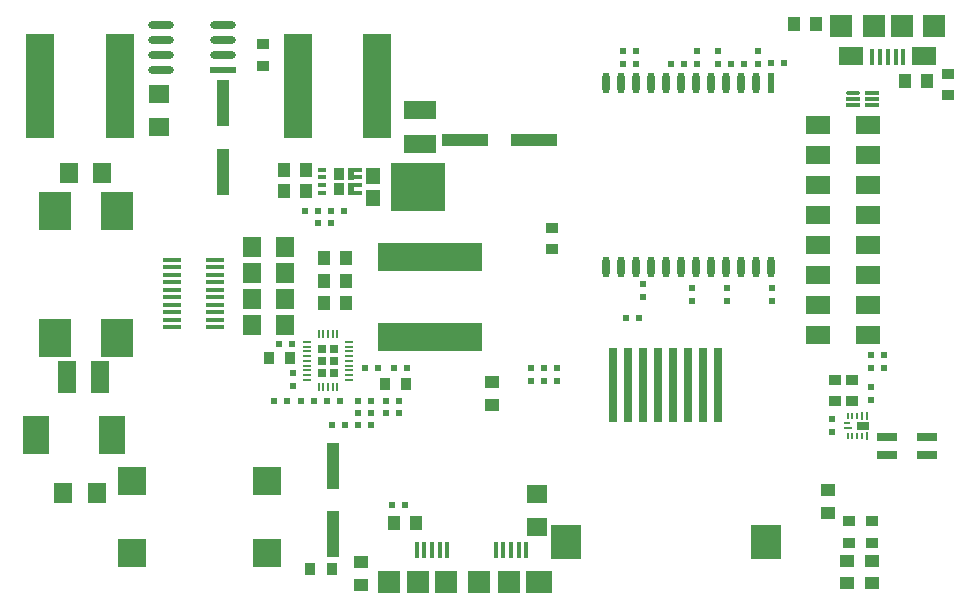
<source format=gtp>
G04 Layer_Color=8421504*
%FSLAX44Y44*%
%MOMM*%
G71*
G01*
G75*
%ADD10R,1.3000X1.0000*%
%ADD11R,1.0000X0.9000*%
%ADD12R,0.6000X0.6000*%
%ADD13R,1.0000X1.3000*%
%ADD14R,2.1000X1.6000*%
%ADD15R,0.4000X1.3500*%
%ADD17R,2.0000X1.5200*%
%ADD18R,2.4000X2.4000*%
%ADD19R,0.7600X6.3500*%
%ADD20R,2.5400X2.9400*%
%ADD21R,2.2000X3.2000*%
%ADD22R,1.6000X1.8000*%
%ADD23R,1.1500X1.4500*%
%ADD24R,4.6500X4.1500*%
%ADD25R,1.8000X1.6000*%
%ADD26R,1.6000X2.7000*%
%ADD27R,0.6000X0.6000*%
%ADD28R,2.7000X3.2000*%
%ADD29R,2.4000X8.9000*%
%ADD30R,2.2000X0.6000*%
%ADD31O,2.2000X0.6000*%
%ADD32R,1.8000X0.8000*%
%ADD34R,0.2000X0.8000*%
%ADD35R,0.8000X0.2000*%
%ADD36O,0.8000X0.2000*%
%ADD37R,0.9000X1.0000*%
%ADD38R,1.0000X4.0000*%
%ADD40R,1.1600X0.3000*%
G04:AMPARAMS|DCode=41|XSize=1.16mm|YSize=0.3mm|CornerRadius=0.075mm|HoleSize=0mm|Usage=FLASHONLY|Rotation=0.000|XOffset=0mm|YOffset=0mm|HoleType=Round|Shape=RoundedRectangle|*
%AMROUNDEDRECTD41*
21,1,1.1600,0.1500,0,0,0.0*
21,1,1.0100,0.3000,0,0,0.0*
1,1,0.1500,0.5050,-0.0750*
1,1,0.1500,-0.5050,-0.0750*
1,1,0.1500,-0.5050,0.0750*
1,1,0.1500,0.5050,0.0750*
%
%ADD41ROUNDEDRECTD41*%
%ADD42R,8.9000X2.4000*%
%ADD43R,1.6000X0.4000*%
%ADD44R,1.6000X0.4000*%
%ADD45R,0.6000X1.8000*%
%ADD46O,0.6000X1.8000*%
%ADD47R,4.0000X1.0000*%
%ADD48R,2.7000X1.6000*%
%ADD51R,0.8000X0.3400*%
%ADD53R,2.3000X1.9000*%
%ADD54R,0.4000X1.4000*%
%ADD55R,1.9000X1.9000*%
%ADD120R,1.9000X1.9000*%
%ADD121R,0.8000X0.8000*%
%ADD122R,0.8000X0.8000*%
%ADD123R,0.8500X0.9900*%
%ADD124R,1.2000X0.3400*%
%ADD125R,0.5500X0.9900*%
%ADD126R,0.2250X0.6150*%
%ADD127R,0.2750X0.6650*%
%ADD128R,0.6150X0.2250*%
%ADD129R,0.7650X0.2750*%
%ADD130R,1.1250X0.7250*%
D10*
X402500Y185000D02*
D03*
Y166000D02*
D03*
X703000Y14500D02*
D03*
Y33500D02*
D03*
X725000Y14500D02*
D03*
Y33500D02*
D03*
X687000Y74500D02*
D03*
Y93500D02*
D03*
X292000Y13500D02*
D03*
Y32500D02*
D03*
D11*
X705000Y67000D02*
D03*
Y49000D02*
D03*
X725000Y67000D02*
D03*
Y49000D02*
D03*
X693000Y187000D02*
D03*
Y169000D02*
D03*
X789000Y446000D02*
D03*
Y428000D02*
D03*
X209000Y471000D02*
D03*
Y453000D02*
D03*
X708000Y187000D02*
D03*
Y169000D02*
D03*
X453999Y315499D02*
D03*
Y297499D02*
D03*
D12*
X691000Y153500D02*
D03*
Y142500D02*
D03*
X724000Y180500D02*
D03*
Y169500D02*
D03*
X514000Y465500D02*
D03*
Y454500D02*
D03*
X572000Y253500D02*
D03*
Y264500D02*
D03*
X530500Y257000D02*
D03*
Y268000D02*
D03*
X639500Y253500D02*
D03*
Y264500D02*
D03*
X601500Y253500D02*
D03*
Y264500D02*
D03*
X594500Y465500D02*
D03*
Y454500D02*
D03*
X628000Y465500D02*
D03*
Y454500D02*
D03*
X524500Y465500D02*
D03*
Y454500D02*
D03*
X576500D02*
D03*
Y465500D02*
D03*
X234000Y181500D02*
D03*
Y192500D02*
D03*
D13*
X279500Y290000D02*
D03*
X260500D02*
D03*
X279500Y271000D02*
D03*
X260500D02*
D03*
X279500Y252000D02*
D03*
X260500D02*
D03*
X752500Y440000D02*
D03*
X771500D02*
D03*
X245500Y347000D02*
D03*
X226500D02*
D03*
X245500Y365000D02*
D03*
X226500D02*
D03*
X658500Y488000D02*
D03*
X677500D02*
D03*
X338500Y66000D02*
D03*
X319500D02*
D03*
D14*
X707000Y461250D02*
D03*
X769000Y461250D02*
D03*
D15*
X751000Y460000D02*
D03*
X731500D02*
D03*
X725000D02*
D03*
X738000D02*
D03*
X744500D02*
D03*
D17*
X678700Y225100D02*
D03*
Y250500D02*
D03*
Y275900D02*
D03*
Y301300D02*
D03*
Y326700D02*
D03*
Y352100D02*
D03*
Y377500D02*
D03*
Y402900D02*
D03*
X721300D02*
D03*
Y377500D02*
D03*
Y352100D02*
D03*
Y326700D02*
D03*
Y301300D02*
D03*
Y275900D02*
D03*
Y250500D02*
D03*
Y225100D02*
D03*
D18*
X98000Y40000D02*
D03*
X212000Y101000D02*
D03*
Y40000D02*
D03*
X98000Y101000D02*
D03*
D19*
X581750Y182250D02*
D03*
X594450D02*
D03*
X543650D02*
D03*
X556350D02*
D03*
X530950D02*
D03*
X569050D02*
D03*
X518250D02*
D03*
X505550D02*
D03*
D20*
X465350Y49500D02*
D03*
X634650D02*
D03*
D21*
X81000Y140000D02*
D03*
X17000D02*
D03*
D22*
X40000Y91000D02*
D03*
X68000D02*
D03*
X73000Y362000D02*
D03*
X45000D02*
D03*
X200000Y255000D02*
D03*
X228000D02*
D03*
X200000Y233000D02*
D03*
X228000D02*
D03*
X200000Y299000D02*
D03*
X228000D02*
D03*
X200000Y277000D02*
D03*
X228000D02*
D03*
D23*
X302500Y359199D02*
D03*
Y340801D02*
D03*
D24*
X340000Y350000D02*
D03*
D25*
X121000Y401000D02*
D03*
Y429000D02*
D03*
X441000Y62000D02*
D03*
Y90000D02*
D03*
D26*
X71000Y189000D02*
D03*
X43000D02*
D03*
D27*
X319500Y197000D02*
D03*
X330500D02*
D03*
X724000Y208000D02*
D03*
X735000D02*
D03*
X724000Y197000D02*
D03*
X735000D02*
D03*
X274500Y169000D02*
D03*
X263500D02*
D03*
X218500D02*
D03*
X229500D02*
D03*
X289500Y159000D02*
D03*
X300500D02*
D03*
X289500Y149000D02*
D03*
X300500D02*
D03*
X278500D02*
D03*
X267500D02*
D03*
X241500Y169000D02*
D03*
X252500D02*
D03*
X222500Y217000D02*
D03*
X233500D02*
D03*
X295500Y197000D02*
D03*
X306500D02*
D03*
X554000Y454500D02*
D03*
X565000D02*
D03*
X605500D02*
D03*
X616500D02*
D03*
X650000Y455000D02*
D03*
X639000D02*
D03*
X318500Y81000D02*
D03*
X329500D02*
D03*
X266500Y319500D02*
D03*
X255500D02*
D03*
X277500Y330000D02*
D03*
X266500D02*
D03*
X255500D02*
D03*
X244500D02*
D03*
X300500Y169000D02*
D03*
X289500D02*
D03*
X313500Y159000D02*
D03*
X324500D02*
D03*
Y169000D02*
D03*
X313500D02*
D03*
X458000Y186000D02*
D03*
X447000D02*
D03*
X458000Y197000D02*
D03*
X447000D02*
D03*
X436000Y186000D02*
D03*
X447000D02*
D03*
X436000Y197000D02*
D03*
X447000D02*
D03*
X516000Y239500D02*
D03*
X527000D02*
D03*
D28*
X85000Y222000D02*
D03*
X33000D02*
D03*
Y330000D02*
D03*
X85000D02*
D03*
D29*
X87500Y436000D02*
D03*
X20500D02*
D03*
X238500D02*
D03*
X305500D02*
D03*
D30*
X175000Y448950D02*
D03*
D31*
Y461650D02*
D03*
Y474350D02*
D03*
Y487050D02*
D03*
X123000Y448950D02*
D03*
Y461650D02*
D03*
Y474350D02*
D03*
Y487050D02*
D03*
D32*
X771000Y138500D02*
D03*
X737000D02*
D03*
X771000Y123500D02*
D03*
X737000D02*
D03*
D34*
X268000Y225500D02*
D03*
X272000Y180500D02*
D03*
X268000D02*
D03*
X264000D02*
D03*
X260000D02*
D03*
X256000D02*
D03*
Y225500D02*
D03*
X260000D02*
D03*
X264000D02*
D03*
X272000D02*
D03*
D35*
X246500Y187000D02*
D03*
Y191000D02*
D03*
Y195000D02*
D03*
Y199000D02*
D03*
Y203000D02*
D03*
Y207000D02*
D03*
Y211000D02*
D03*
Y215000D02*
D03*
Y219000D02*
D03*
X281500D02*
D03*
Y215000D02*
D03*
Y211000D02*
D03*
Y207000D02*
D03*
Y203000D02*
D03*
Y199000D02*
D03*
Y195000D02*
D03*
Y191000D02*
D03*
D36*
Y187000D02*
D03*
D37*
X312000Y183000D02*
D03*
X330000D02*
D03*
X232000Y205000D02*
D03*
X214000D02*
D03*
X267000Y27000D02*
D03*
X249000D02*
D03*
D38*
X175000Y363000D02*
D03*
Y421000D02*
D03*
X268000Y114000D02*
D03*
Y56000D02*
D03*
D40*
X708500Y419500D02*
D03*
X724500D02*
D03*
Y424500D02*
D03*
Y429500D02*
D03*
X708500Y424500D02*
D03*
D41*
Y429500D02*
D03*
D42*
X350000Y223500D02*
D03*
Y290500D02*
D03*
D43*
X168000Y231425D02*
D03*
X132000D02*
D03*
Y237775D02*
D03*
X168000D02*
D03*
X132000Y244125D02*
D03*
X168000D02*
D03*
X132000Y250475D02*
D03*
X168000D02*
D03*
X132000Y256825D02*
D03*
X168000D02*
D03*
D44*
X132000Y263175D02*
D03*
X168000D02*
D03*
X132000Y269525D02*
D03*
X168000D02*
D03*
X132000Y275875D02*
D03*
X168000D02*
D03*
X132000Y282225D02*
D03*
X168000D02*
D03*
X132000Y288575D02*
D03*
X168000D02*
D03*
D45*
X639350Y438150D02*
D03*
D46*
X626650D02*
D03*
X613950D02*
D03*
X601250D02*
D03*
X588550D02*
D03*
X575850D02*
D03*
X563150D02*
D03*
X550450D02*
D03*
X537750D02*
D03*
X525050D02*
D03*
X512350D02*
D03*
X499650D02*
D03*
Y282850D02*
D03*
X512350D02*
D03*
X525050D02*
D03*
X537750D02*
D03*
X550450D02*
D03*
X563150D02*
D03*
X575850D02*
D03*
X588550D02*
D03*
X601250D02*
D03*
X613950D02*
D03*
X626650D02*
D03*
X639350D02*
D03*
D47*
X380000Y390000D02*
D03*
X438000D02*
D03*
D48*
X342000Y387000D02*
D03*
Y415000D02*
D03*
D51*
X259000Y345250D02*
D03*
Y351750D02*
D03*
Y358250D02*
D03*
Y364750D02*
D03*
D53*
X443000Y15500D02*
D03*
D54*
X339000Y42500D02*
D03*
X345500D02*
D03*
X352000D02*
D03*
X358500D02*
D03*
X365000D02*
D03*
X406000D02*
D03*
X412500D02*
D03*
X419000D02*
D03*
X425500D02*
D03*
X432000D02*
D03*
D55*
X417000Y15500D02*
D03*
X392000D02*
D03*
X364000D02*
D03*
X340000D02*
D03*
X316000D02*
D03*
D120*
X698500Y486749D02*
D03*
X750000D02*
D03*
X777500Y486750D02*
D03*
X726000D02*
D03*
D121*
X269000Y213000D02*
D03*
X259000Y193000D02*
D03*
D122*
X269000Y203000D02*
D03*
X269000Y193001D02*
D03*
X259000Y212999D02*
D03*
X259000Y203000D02*
D03*
D123*
X273652Y348500D02*
D03*
X273650Y361500D02*
D03*
D124*
X287000Y345248D02*
D03*
Y351748D02*
D03*
X287002Y358250D02*
D03*
Y364750D02*
D03*
D125*
X283750Y361500D02*
D03*
Y348500D02*
D03*
D126*
X712000Y156400D02*
D03*
X708000D02*
D03*
X704000D02*
D03*
Y139600D02*
D03*
X708000D02*
D03*
X712000D02*
D03*
X716000D02*
D03*
D127*
Y156400D02*
D03*
X720000Y139600D02*
D03*
Y156400D02*
D03*
D128*
X703700Y150000D02*
D03*
D129*
X704200Y146000D02*
D03*
D130*
X717000Y148000D02*
D03*
M02*

</source>
